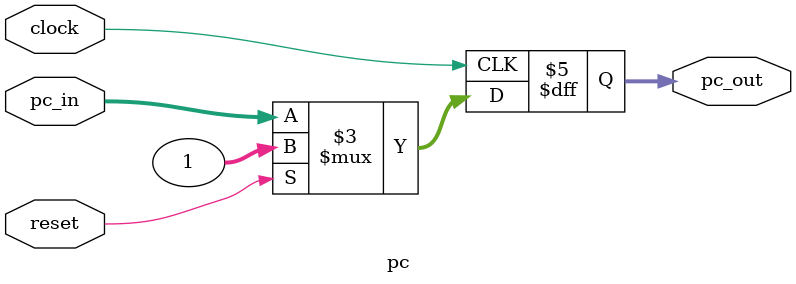
<source format=v>

module pc (reset, clock, pc_in, pc_out);
  
	input reset;
	input clock;
	input [31:0] pc_in;
	output reg[31:0] pc_out;
	//posedge pc_enable or 
	always @(posedge clock)
	begin
		if (reset)
			pc_out = 1;
		else 
			pc_out <= pc_in;
	end 
		
endmodule


</source>
